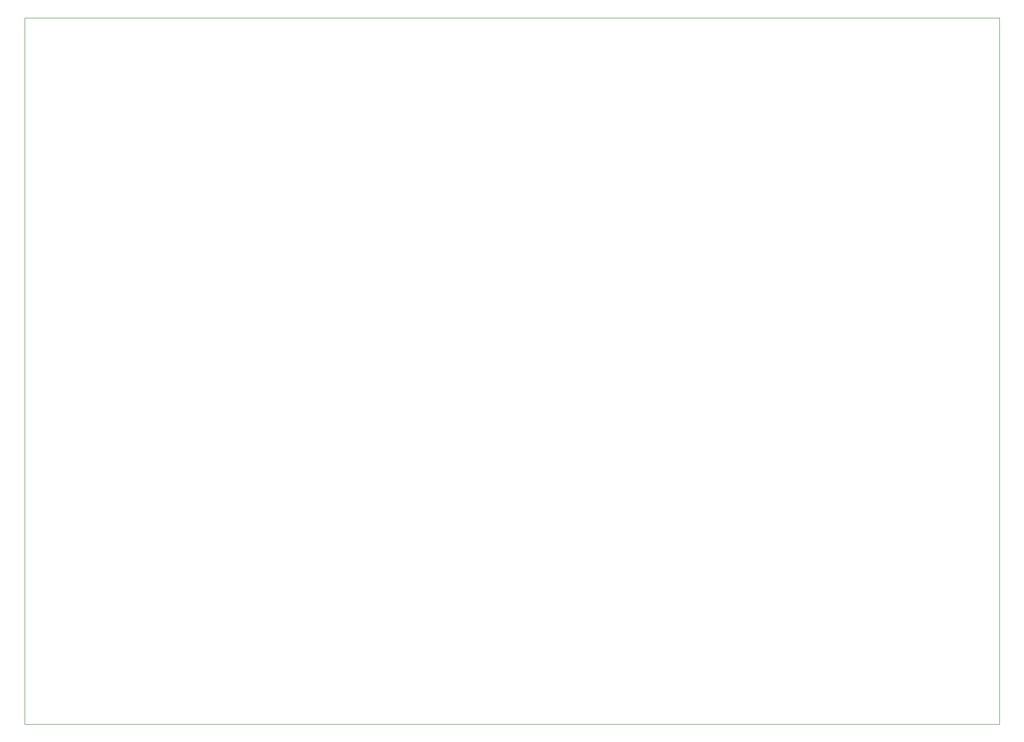
<source format=gbr>
%TF.GenerationSoftware,KiCad,Pcbnew,(5.1.7)-1*%
%TF.CreationDate,2021-01-23T13:14:39+03:00*%
%TF.ProjectId,LED_Cloud,4c45445f-436c-46f7-9564-2e6b69636164,rev?*%
%TF.SameCoordinates,Original*%
%TF.FileFunction,Profile,NP*%
%FSLAX46Y46*%
G04 Gerber Fmt 4.6, Leading zero omitted, Abs format (unit mm)*
G04 Created by KiCad (PCBNEW (5.1.7)-1) date 2021-01-23 13:14:39*
%MOMM*%
%LPD*%
G01*
G04 APERTURE LIST*
%TA.AperFunction,Profile*%
%ADD10C,0.050000*%
%TD*%
G04 APERTURE END LIST*
D10*
X15000000Y-162000000D02*
X186000000Y-162000000D01*
X15000000Y-162000000D02*
X15000000Y-38000000D01*
X186000000Y-38000000D02*
X15000000Y-38000000D01*
X186000000Y-162000000D02*
X186000000Y-38000000D01*
M02*

</source>
